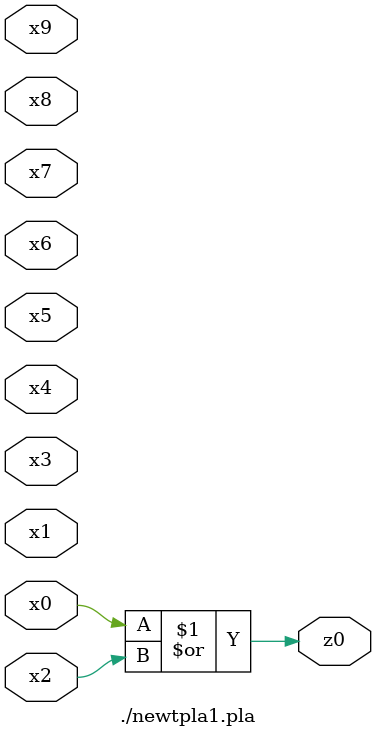
<source format=v>

module \./newtpla1.pla  ( 
    x0, x1, x2, x3, x4, x5, x6, x7, x8, x9,
    z0  );
  input  x0, x1, x2, x3, x4, x5, x6, x7, x8, x9;
  output z0;
  assign z0 = x0 | x2;
endmodule



</source>
